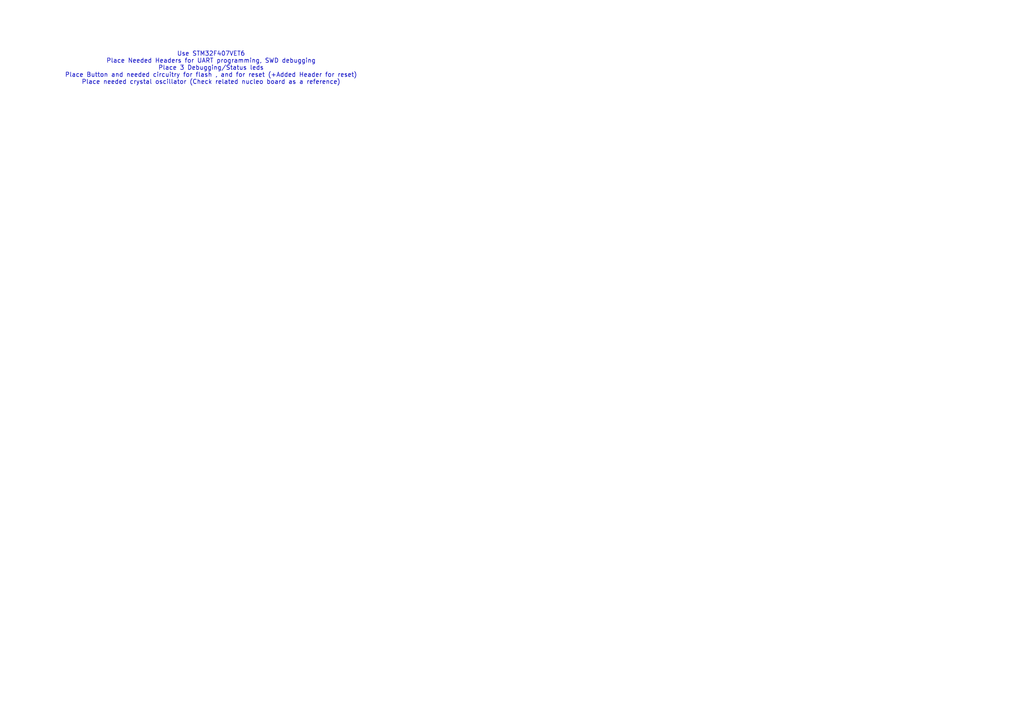
<source format=kicad_sch>
(kicad_sch
	(version 20250114)
	(generator "eeschema")
	(generator_version "9.0")
	(uuid "1dd6ef1f-3812-48cc-97bd-a9d27f0bebfc")
	(paper "A4")
	(lib_symbols)
	(text "Use STM32F407VET6\nPlace Needed Headers for UART programming, SWD debugging\nPlace 3 Debugging/Status leds\nPlace Button and needed circuitry for flash , and for reset (+Added Header for reset)\nPlace needed crystal oscillator (Check related nucleo board as a reference)\n"
		(exclude_from_sim no)
		(at 61.214 19.812 0)
		(effects
			(font
				(size 1.27 1.27)
			)
		)
		(uuid "f1e3d708-7fb0-4ff3-91be-6ee4d8ae396b")
	)
)

</source>
